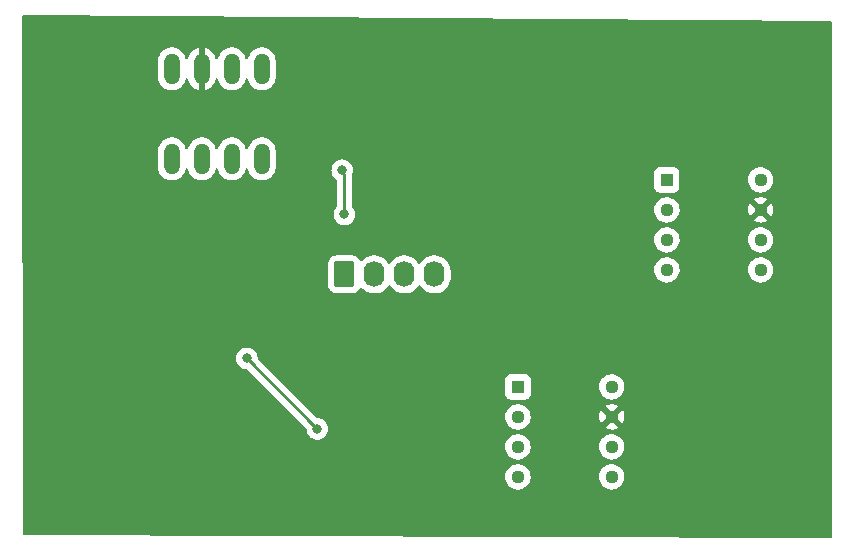
<source format=gbr>
%TF.GenerationSoftware,KiCad,Pcbnew,(6.0.1)*%
%TF.CreationDate,2022-03-08T01:46:33-06:00*%
%TF.ProjectId,senior_design,73656e69-6f72-45f6-9465-7369676e2e6b,rev?*%
%TF.SameCoordinates,Original*%
%TF.FileFunction,Copper,L2,Bot*%
%TF.FilePolarity,Positive*%
%FSLAX46Y46*%
G04 Gerber Fmt 4.6, Leading zero omitted, Abs format (unit mm)*
G04 Created by KiCad (PCBNEW (6.0.1)) date 2022-03-08 01:46:33*
%MOMM*%
%LPD*%
G01*
G04 APERTURE LIST*
G04 Aperture macros list*
%AMRoundRect*
0 Rectangle with rounded corners*
0 $1 Rounding radius*
0 $2 $3 $4 $5 $6 $7 $8 $9 X,Y pos of 4 corners*
0 Add a 4 corners polygon primitive as box body*
4,1,4,$2,$3,$4,$5,$6,$7,$8,$9,$2,$3,0*
0 Add four circle primitives for the rounded corners*
1,1,$1+$1,$2,$3*
1,1,$1+$1,$4,$5*
1,1,$1+$1,$6,$7*
1,1,$1+$1,$8,$9*
0 Add four rect primitives between the rounded corners*
20,1,$1+$1,$2,$3,$4,$5,0*
20,1,$1+$1,$4,$5,$6,$7,0*
20,1,$1+$1,$6,$7,$8,$9,0*
20,1,$1+$1,$8,$9,$2,$3,0*%
G04 Aperture macros list end*
%TA.AperFunction,ComponentPad*%
%ADD10R,1.130000X1.130000*%
%TD*%
%TA.AperFunction,ComponentPad*%
%ADD11C,1.130000*%
%TD*%
%TA.AperFunction,ComponentPad*%
%ADD12O,1.320800X2.641600*%
%TD*%
%TA.AperFunction,ComponentPad*%
%ADD13RoundRect,0.250000X-0.620000X-0.845000X0.620000X-0.845000X0.620000X0.845000X-0.620000X0.845000X0*%
%TD*%
%TA.AperFunction,ComponentPad*%
%ADD14O,1.740000X2.190000*%
%TD*%
%TA.AperFunction,ViaPad*%
%ADD15C,0.800000*%
%TD*%
%TA.AperFunction,Conductor*%
%ADD16C,0.508000*%
%TD*%
%TA.AperFunction,Conductor*%
%ADD17C,0.254000*%
%TD*%
%TA.AperFunction,Conductor*%
%ADD18C,0.250000*%
%TD*%
G04 APERTURE END LIST*
D10*
%TO.P,U11,1,OFFSET_N1*%
%TO.N,unconnected-(U11-Pad1)*%
X141731995Y-73787000D03*
D11*
%TO.P,U11,2,IN-*%
%TO.N,Net-(R26-Pad2)*%
X141731995Y-76327000D03*
%TO.P,U11,3,IN+*%
%TO.N,Net-(R22-Pad1)*%
X141731995Y-78867000D03*
%TO.P,U11,4,VCC-*%
%TO.N,GND*%
X141731995Y-81407000D03*
%TO.P,U11,5,OFFSET_N2*%
%TO.N,unconnected-(U11-Pad5)*%
X149671995Y-81407000D03*
%TO.P,U11,6,OUT*%
%TO.N,Net-(J1-Pad2)*%
X149671995Y-78867000D03*
%TO.P,U11,7,VCC+*%
%TO.N,+5V*%
X149671995Y-76327000D03*
%TO.P,U11,8*%
%TO.N,N/C*%
X149671995Y-73787000D03*
%TD*%
D10*
%TO.P,U7,1,OFFSET_N1*%
%TO.N,unconnected-(U7-Pad1)*%
X129126000Y-91313000D03*
D11*
%TO.P,U7,2,IN-*%
%TO.N,Net-(C5-Pad2)*%
X129126000Y-93853000D03*
%TO.P,U7,3,IN+*%
%TO.N,unconnected-(U7-Pad3)*%
X129126000Y-96393000D03*
%TO.P,U7,4,VCC-*%
%TO.N,GND*%
X129126000Y-98933000D03*
%TO.P,U7,5,OFFSET_N2*%
%TO.N,unconnected-(U7-Pad5)*%
X137066000Y-98933000D03*
%TO.P,U7,6,OUT*%
%TO.N,GND*%
X137066000Y-96393000D03*
%TO.P,U7,7,VCC+*%
%TO.N,+5V*%
X137066000Y-93853000D03*
%TO.P,U7,8*%
%TO.N,N/C*%
X137066000Y-91313000D03*
%TD*%
D12*
%TO.P,U3,1,Rg*%
%TO.N,Net-(R5-Pad1)*%
X99822000Y-72009000D03*
%TO.P,U3,2,-*%
%TO.N,Net-(R2-Pad1)*%
X102362000Y-72009000D03*
%TO.P,U3,7,Vs+*%
%TO.N,+5V*%
X102362000Y-64389000D03*
%TO.P,U3,8,Rg*%
%TO.N,Net-(R5-Pad2)*%
X99822000Y-64389000D03*
%TO.P,U3,3,+*%
%TO.N,Net-(R1-Pad1)*%
X104902000Y-72009000D03*
%TO.P,U3,4,Vs-*%
%TO.N,GND*%
X107442000Y-72009000D03*
%TO.P,U3,6*%
%TO.N,Net-(U4-Pad1)*%
X104902000Y-64389000D03*
%TO.P,U3,5,Ref*%
%TO.N,GND*%
X107442000Y-64389000D03*
%TD*%
D13*
%TO.P,J1,1,Pin_1*%
%TO.N,Net-(U4-Pad10)*%
X114427000Y-81788000D03*
D14*
%TO.P,J1,2,Pin_2*%
%TO.N,Net-(J1-Pad2)*%
X116967000Y-81788000D03*
%TO.P,J1,3,Pin_3*%
%TO.N,Net-(R1-Pad1)*%
X119507000Y-81788000D03*
%TO.P,J1,4,Pin_4*%
%TO.N,Net-(R2-Pad1)*%
X122047000Y-81788000D03*
%TD*%
D15*
%TO.N,+5V*%
X103632000Y-93726000D03*
%TO.N,Net-(R1-Pad1)*%
X114244500Y-72969500D03*
X114427000Y-76708000D03*
%TO.N,Net-(R11-Pad2)*%
X112141000Y-94869000D03*
X106172000Y-88900000D03*
%TD*%
D16*
%TO.N,+5V*%
X103632000Y-93726000D02*
X103632000Y-100838000D01*
D17*
%TO.N,Net-(R1-Pad1)*%
X114427000Y-73279000D02*
X114173000Y-73025000D01*
X114427000Y-76708000D02*
X114427000Y-73279000D01*
D18*
%TO.N,Net-(R11-Pad2)*%
X106172000Y-88900000D02*
X112141000Y-94869000D01*
%TD*%
%TA.AperFunction,Conductor*%
%TO.N,+5V*%
G36*
X155576933Y-60324074D02*
G01*
X155644904Y-60344581D01*
X155690998Y-60398579D01*
X155702000Y-60450071D01*
X155702000Y-104013532D01*
X155681998Y-104081653D01*
X155628342Y-104128146D01*
X155575533Y-104139531D01*
X130153430Y-104045200D01*
X87374170Y-103886464D01*
X87306124Y-103866209D01*
X87259831Y-103812382D01*
X87248639Y-103760828D01*
X87237750Y-99982141D01*
X87234645Y-98904779D01*
X128048270Y-98904779D01*
X128061174Y-99101652D01*
X128109739Y-99292877D01*
X128192339Y-99472049D01*
X128306207Y-99633169D01*
X128447530Y-99770840D01*
X128452326Y-99774045D01*
X128452329Y-99774047D01*
X128517809Y-99817799D01*
X128611576Y-99880452D01*
X128616879Y-99882730D01*
X128616882Y-99882732D01*
X128787542Y-99956053D01*
X128792849Y-99958333D01*
X128886185Y-99979453D01*
X128979644Y-100000601D01*
X128979647Y-100000601D01*
X128985280Y-100001876D01*
X128991051Y-100002103D01*
X128991053Y-100002103D01*
X129050054Y-100004421D01*
X129182423Y-100009622D01*
X129297789Y-99992894D01*
X129371955Y-99982141D01*
X129371959Y-99982140D01*
X129377677Y-99981311D01*
X129383149Y-99979453D01*
X129383151Y-99979453D01*
X129559038Y-99919747D01*
X129559040Y-99919746D01*
X129564502Y-99917892D01*
X129736642Y-99821490D01*
X129888331Y-99695331D01*
X130014490Y-99543642D01*
X130110892Y-99371502D01*
X130174311Y-99184677D01*
X130202622Y-98989423D01*
X130204099Y-98933000D01*
X130201506Y-98904779D01*
X135988270Y-98904779D01*
X136001174Y-99101652D01*
X136049739Y-99292877D01*
X136132339Y-99472049D01*
X136246207Y-99633169D01*
X136387530Y-99770840D01*
X136392326Y-99774045D01*
X136392329Y-99774047D01*
X136457809Y-99817799D01*
X136551576Y-99880452D01*
X136556879Y-99882730D01*
X136556882Y-99882732D01*
X136727542Y-99956053D01*
X136732849Y-99958333D01*
X136826185Y-99979453D01*
X136919644Y-100000601D01*
X136919647Y-100000601D01*
X136925280Y-100001876D01*
X136931051Y-100002103D01*
X136931053Y-100002103D01*
X136990054Y-100004421D01*
X137122423Y-100009622D01*
X137237789Y-99992894D01*
X137311955Y-99982141D01*
X137311959Y-99982140D01*
X137317677Y-99981311D01*
X137323149Y-99979453D01*
X137323151Y-99979453D01*
X137499038Y-99919747D01*
X137499040Y-99919746D01*
X137504502Y-99917892D01*
X137676642Y-99821490D01*
X137828331Y-99695331D01*
X137954490Y-99543642D01*
X138050892Y-99371502D01*
X138114311Y-99184677D01*
X138142622Y-98989423D01*
X138144099Y-98933000D01*
X138126046Y-98736532D01*
X138116684Y-98703334D01*
X138074060Y-98552203D01*
X138074059Y-98552201D01*
X138072492Y-98546644D01*
X138062286Y-98525947D01*
X137987786Y-98374876D01*
X137985231Y-98369695D01*
X137967407Y-98345825D01*
X137870637Y-98216235D01*
X137870636Y-98216234D01*
X137867184Y-98211611D01*
X137844764Y-98190886D01*
X137726546Y-98081607D01*
X137726544Y-98081605D01*
X137722305Y-98077687D01*
X137555447Y-97972407D01*
X137372197Y-97899297D01*
X137366529Y-97898170D01*
X137366527Y-97898169D01*
X137184360Y-97861934D01*
X137184356Y-97861934D01*
X137178692Y-97860807D01*
X137172917Y-97860731D01*
X137172913Y-97860731D01*
X137074267Y-97859440D01*
X136981413Y-97858224D01*
X136975716Y-97859203D01*
X136975715Y-97859203D01*
X136959822Y-97861934D01*
X136786967Y-97891636D01*
X136601866Y-97959924D01*
X136596905Y-97962876D01*
X136596904Y-97962876D01*
X136437277Y-98057844D01*
X136437274Y-98057846D01*
X136432309Y-98060800D01*
X136427969Y-98064606D01*
X136427965Y-98064609D01*
X136416566Y-98074606D01*
X136283975Y-98190886D01*
X136161830Y-98345825D01*
X136159141Y-98350936D01*
X136159139Y-98350939D01*
X136149271Y-98369695D01*
X136069966Y-98520429D01*
X136011460Y-98708851D01*
X135988270Y-98904779D01*
X130201506Y-98904779D01*
X130186046Y-98736532D01*
X130176684Y-98703334D01*
X130134060Y-98552203D01*
X130134059Y-98552201D01*
X130132492Y-98546644D01*
X130122286Y-98525947D01*
X130047786Y-98374876D01*
X130045231Y-98369695D01*
X130027407Y-98345825D01*
X129930637Y-98216235D01*
X129930636Y-98216234D01*
X129927184Y-98211611D01*
X129904764Y-98190886D01*
X129786546Y-98081607D01*
X129786544Y-98081605D01*
X129782305Y-98077687D01*
X129615447Y-97972407D01*
X129432197Y-97899297D01*
X129426529Y-97898170D01*
X129426527Y-97898169D01*
X129244360Y-97861934D01*
X129244356Y-97861934D01*
X129238692Y-97860807D01*
X129232917Y-97860731D01*
X129232913Y-97860731D01*
X129134267Y-97859440D01*
X129041413Y-97858224D01*
X129035716Y-97859203D01*
X129035715Y-97859203D01*
X129019822Y-97861934D01*
X128846967Y-97891636D01*
X128661866Y-97959924D01*
X128656905Y-97962876D01*
X128656904Y-97962876D01*
X128497277Y-98057844D01*
X128497274Y-98057846D01*
X128492309Y-98060800D01*
X128487969Y-98064606D01*
X128487965Y-98064609D01*
X128476566Y-98074606D01*
X128343975Y-98190886D01*
X128221830Y-98345825D01*
X128219141Y-98350936D01*
X128219139Y-98350939D01*
X128209271Y-98369695D01*
X128129966Y-98520429D01*
X128071460Y-98708851D01*
X128048270Y-98904779D01*
X87234645Y-98904779D01*
X87227325Y-96364779D01*
X128048270Y-96364779D01*
X128061174Y-96561652D01*
X128109739Y-96752877D01*
X128192339Y-96932049D01*
X128306207Y-97093169D01*
X128447530Y-97230840D01*
X128452326Y-97234045D01*
X128452329Y-97234047D01*
X128517809Y-97277799D01*
X128611576Y-97340452D01*
X128616879Y-97342730D01*
X128616882Y-97342732D01*
X128787542Y-97416053D01*
X128792849Y-97418333D01*
X128886185Y-97439453D01*
X128979644Y-97460601D01*
X128979647Y-97460601D01*
X128985280Y-97461876D01*
X128991051Y-97462103D01*
X128991053Y-97462103D01*
X129050054Y-97464421D01*
X129182423Y-97469622D01*
X129297789Y-97452894D01*
X129371955Y-97442141D01*
X129371959Y-97442140D01*
X129377677Y-97441311D01*
X129383149Y-97439453D01*
X129383151Y-97439453D01*
X129559038Y-97379747D01*
X129559040Y-97379746D01*
X129564502Y-97377892D01*
X129736642Y-97281490D01*
X129888331Y-97155331D01*
X130014490Y-97003642D01*
X130110892Y-96831502D01*
X130174311Y-96644677D01*
X130202622Y-96449423D01*
X130204099Y-96393000D01*
X130201506Y-96364779D01*
X135988270Y-96364779D01*
X136001174Y-96561652D01*
X136049739Y-96752877D01*
X136132339Y-96932049D01*
X136246207Y-97093169D01*
X136387530Y-97230840D01*
X136392326Y-97234045D01*
X136392329Y-97234047D01*
X136457809Y-97277799D01*
X136551576Y-97340452D01*
X136556879Y-97342730D01*
X136556882Y-97342732D01*
X136727542Y-97416053D01*
X136732849Y-97418333D01*
X136826185Y-97439453D01*
X136919644Y-97460601D01*
X136919647Y-97460601D01*
X136925280Y-97461876D01*
X136931051Y-97462103D01*
X136931053Y-97462103D01*
X136990054Y-97464421D01*
X137122423Y-97469622D01*
X137237789Y-97452894D01*
X137311955Y-97442141D01*
X137311959Y-97442140D01*
X137317677Y-97441311D01*
X137323149Y-97439453D01*
X137323151Y-97439453D01*
X137499038Y-97379747D01*
X137499040Y-97379746D01*
X137504502Y-97377892D01*
X137676642Y-97281490D01*
X137828331Y-97155331D01*
X137954490Y-97003642D01*
X138050892Y-96831502D01*
X138114311Y-96644677D01*
X138142622Y-96449423D01*
X138144099Y-96393000D01*
X138126046Y-96196532D01*
X138116684Y-96163334D01*
X138074060Y-96012203D01*
X138074059Y-96012201D01*
X138072492Y-96006644D01*
X138062286Y-95985947D01*
X137987786Y-95834876D01*
X137985231Y-95829695D01*
X137967407Y-95805825D01*
X137870637Y-95676235D01*
X137870636Y-95676234D01*
X137867184Y-95671611D01*
X137854751Y-95660118D01*
X137726546Y-95541607D01*
X137726544Y-95541605D01*
X137722305Y-95537687D01*
X137555447Y-95432407D01*
X137372197Y-95359297D01*
X137366529Y-95358170D01*
X137366527Y-95358169D01*
X137184360Y-95321934D01*
X137184356Y-95321934D01*
X137178692Y-95320807D01*
X137172917Y-95320731D01*
X137172913Y-95320731D01*
X137074267Y-95319440D01*
X136981413Y-95318224D01*
X136975716Y-95319203D01*
X136975715Y-95319203D01*
X136959822Y-95321934D01*
X136786967Y-95351636D01*
X136601866Y-95419924D01*
X136596905Y-95422876D01*
X136596904Y-95422876D01*
X136437277Y-95517844D01*
X136437274Y-95517846D01*
X136432309Y-95520800D01*
X136427969Y-95524606D01*
X136427965Y-95524609D01*
X136288316Y-95647079D01*
X136283975Y-95650886D01*
X136161830Y-95805825D01*
X136159141Y-95810936D01*
X136159139Y-95810939D01*
X136149271Y-95829695D01*
X136069966Y-95980429D01*
X136011460Y-96168851D01*
X135988270Y-96364779D01*
X130201506Y-96364779D01*
X130186046Y-96196532D01*
X130176684Y-96163334D01*
X130134060Y-96012203D01*
X130134059Y-96012201D01*
X130132492Y-96006644D01*
X130122286Y-95985947D01*
X130047786Y-95834876D01*
X130045231Y-95829695D01*
X130027407Y-95805825D01*
X129930637Y-95676235D01*
X129930636Y-95676234D01*
X129927184Y-95671611D01*
X129914751Y-95660118D01*
X129786546Y-95541607D01*
X129786544Y-95541605D01*
X129782305Y-95537687D01*
X129615447Y-95432407D01*
X129432197Y-95359297D01*
X129426529Y-95358170D01*
X129426527Y-95358169D01*
X129244360Y-95321934D01*
X129244356Y-95321934D01*
X129238692Y-95320807D01*
X129232917Y-95320731D01*
X129232913Y-95320731D01*
X129134267Y-95319440D01*
X129041413Y-95318224D01*
X129035716Y-95319203D01*
X129035715Y-95319203D01*
X129019822Y-95321934D01*
X128846967Y-95351636D01*
X128661866Y-95419924D01*
X128656905Y-95422876D01*
X128656904Y-95422876D01*
X128497277Y-95517844D01*
X128497274Y-95517846D01*
X128492309Y-95520800D01*
X128487969Y-95524606D01*
X128487965Y-95524609D01*
X128348316Y-95647079D01*
X128343975Y-95650886D01*
X128221830Y-95805825D01*
X128219141Y-95810936D01*
X128219139Y-95810939D01*
X128209271Y-95829695D01*
X128129966Y-95980429D01*
X128071460Y-96168851D01*
X128048270Y-96364779D01*
X87227325Y-96364779D01*
X87205813Y-88900000D01*
X105258496Y-88900000D01*
X105278458Y-89089928D01*
X105337473Y-89271556D01*
X105432960Y-89436944D01*
X105560747Y-89578866D01*
X105715248Y-89691118D01*
X105721276Y-89693802D01*
X105721278Y-89693803D01*
X105883681Y-89766109D01*
X105889712Y-89768794D01*
X105983112Y-89788647D01*
X106070056Y-89807128D01*
X106070061Y-89807128D01*
X106076513Y-89808500D01*
X106132406Y-89808500D01*
X106200527Y-89828502D01*
X106221501Y-89845405D01*
X111193878Y-94817783D01*
X111227904Y-94880095D01*
X111230093Y-94893706D01*
X111247458Y-95058928D01*
X111306473Y-95240556D01*
X111401960Y-95405944D01*
X111406378Y-95410851D01*
X111406379Y-95410852D01*
X111423862Y-95430269D01*
X111529747Y-95547866D01*
X111628843Y-95619864D01*
X111677785Y-95655422D01*
X111684248Y-95660118D01*
X111690276Y-95662802D01*
X111690278Y-95662803D01*
X111852681Y-95735109D01*
X111858712Y-95737794D01*
X111952112Y-95757647D01*
X112039056Y-95776128D01*
X112039061Y-95776128D01*
X112045513Y-95777500D01*
X112236487Y-95777500D01*
X112242939Y-95776128D01*
X112242944Y-95776128D01*
X112329887Y-95757647D01*
X112423288Y-95737794D01*
X112429319Y-95735109D01*
X112591722Y-95662803D01*
X112591724Y-95662802D01*
X112597752Y-95660118D01*
X112604216Y-95655422D01*
X112653157Y-95619864D01*
X112752253Y-95547866D01*
X112858138Y-95430269D01*
X112875621Y-95410852D01*
X112875622Y-95410851D01*
X112880040Y-95405944D01*
X112975527Y-95240556D01*
X113034542Y-95058928D01*
X113048133Y-94929622D01*
X113053814Y-94875565D01*
X113054504Y-94869000D01*
X113046962Y-94797242D01*
X113035232Y-94685635D01*
X113035232Y-94685633D01*
X113034542Y-94679072D01*
X112975527Y-94497444D01*
X112880040Y-94332056D01*
X112838415Y-94285826D01*
X112756675Y-94195045D01*
X112756674Y-94195044D01*
X112752253Y-94190134D01*
X112634632Y-94104677D01*
X112603094Y-94081763D01*
X112603093Y-94081762D01*
X112597752Y-94077882D01*
X112591724Y-94075198D01*
X112591722Y-94075197D01*
X112429319Y-94002891D01*
X112429318Y-94002891D01*
X112423288Y-94000206D01*
X112329887Y-93980353D01*
X112242944Y-93961872D01*
X112242939Y-93961872D01*
X112236487Y-93960500D01*
X112180594Y-93960500D01*
X112112473Y-93940498D01*
X112091499Y-93923595D01*
X111992683Y-93824779D01*
X128048270Y-93824779D01*
X128061174Y-94021652D01*
X128109739Y-94212877D01*
X128192339Y-94392049D01*
X128306207Y-94553169D01*
X128447530Y-94690840D01*
X128452326Y-94694045D01*
X128452329Y-94694047D01*
X128517809Y-94737799D01*
X128611576Y-94800452D01*
X128616879Y-94802730D01*
X128616882Y-94802732D01*
X128734059Y-94853075D01*
X128792849Y-94878333D01*
X128884038Y-94898967D01*
X128979644Y-94920601D01*
X128979647Y-94920601D01*
X128985280Y-94921876D01*
X128991051Y-94922103D01*
X128991053Y-94922103D01*
X129050054Y-94924421D01*
X129182423Y-94929622D01*
X129297789Y-94912894D01*
X129371955Y-94902141D01*
X129371959Y-94902140D01*
X129377677Y-94901311D01*
X129383149Y-94899453D01*
X129383151Y-94899453D01*
X129559038Y-94839747D01*
X129559040Y-94839746D01*
X129564502Y-94837892D01*
X129687333Y-94769104D01*
X129687413Y-94769059D01*
X136514302Y-94769059D01*
X136524184Y-94781548D01*
X136547009Y-94796799D01*
X136557123Y-94802291D01*
X136727697Y-94875576D01*
X136738640Y-94879131D01*
X136919708Y-94920103D01*
X136931118Y-94921605D01*
X137116629Y-94928893D01*
X137128111Y-94928291D01*
X137311846Y-94901652D01*
X137323029Y-94898967D01*
X137498826Y-94839292D01*
X137509339Y-94834611D01*
X137608313Y-94779182D01*
X137618178Y-94769104D01*
X137615222Y-94761432D01*
X137078812Y-94225022D01*
X137064868Y-94217408D01*
X137063035Y-94217539D01*
X137056420Y-94221790D01*
X136520498Y-94757712D01*
X136514302Y-94769059D01*
X129687413Y-94769059D01*
X129731605Y-94744311D01*
X129731606Y-94744310D01*
X129736642Y-94741490D01*
X129888331Y-94615331D01*
X130014490Y-94463642D01*
X130110892Y-94291502D01*
X130139541Y-94207107D01*
X130172453Y-94110151D01*
X130172453Y-94110149D01*
X130174311Y-94104677D01*
X130175157Y-94098846D01*
X130187197Y-94015805D01*
X130202622Y-93909423D01*
X130204099Y-93853000D01*
X130202037Y-93830558D01*
X135989150Y-93830558D01*
X136001292Y-94015805D01*
X136003093Y-94027175D01*
X136048789Y-94207107D01*
X136052631Y-94217956D01*
X136130358Y-94386557D01*
X136136105Y-94396511D01*
X136136902Y-94397640D01*
X136147490Y-94406027D01*
X136160791Y-94398999D01*
X136693978Y-93865812D01*
X136700356Y-93854132D01*
X137430408Y-93854132D01*
X137430539Y-93855965D01*
X137434790Y-93862580D01*
X137970518Y-94398308D01*
X137982898Y-94405068D01*
X137989478Y-94400142D01*
X138047611Y-94296339D01*
X138052292Y-94285826D01*
X138111967Y-94110029D01*
X138114652Y-94098846D01*
X138141587Y-93913071D01*
X138142217Y-93905689D01*
X138143500Y-93856704D01*
X138143257Y-93849305D01*
X138126082Y-93662378D01*
X138123985Y-93651064D01*
X138073591Y-93472383D01*
X138069469Y-93461644D01*
X137993954Y-93308515D01*
X137984407Y-93298138D01*
X137977974Y-93300236D01*
X137438022Y-93840188D01*
X137430408Y-93854132D01*
X136700356Y-93854132D01*
X136701592Y-93851868D01*
X136701461Y-93850035D01*
X136697210Y-93843420D01*
X136160459Y-93306669D01*
X136148079Y-93299909D01*
X136142113Y-93304375D01*
X136073122Y-93435505D01*
X136068717Y-93446139D01*
X136013664Y-93623438D01*
X136011272Y-93634692D01*
X135989451Y-93819057D01*
X135989150Y-93830558D01*
X130202037Y-93830558D01*
X130186046Y-93656532D01*
X130179887Y-93634692D01*
X130134060Y-93472203D01*
X130134059Y-93472201D01*
X130132492Y-93466644D01*
X130122381Y-93446139D01*
X130047786Y-93294876D01*
X130045231Y-93289695D01*
X130027407Y-93265825D01*
X129930637Y-93136235D01*
X129930636Y-93136234D01*
X129927184Y-93131611D01*
X129904764Y-93110886D01*
X129786546Y-93001607D01*
X129786544Y-93001605D01*
X129782305Y-92997687D01*
X129686457Y-92937211D01*
X136514323Y-92937211D01*
X136517810Y-92945600D01*
X137053188Y-93480978D01*
X137067132Y-93488592D01*
X137068965Y-93488461D01*
X137075580Y-93484210D01*
X137610905Y-92948885D01*
X137617665Y-92936505D01*
X137611635Y-92928450D01*
X137560102Y-92895935D01*
X137549855Y-92890714D01*
X137377423Y-92821921D01*
X137366386Y-92818652D01*
X137184306Y-92782433D01*
X137172861Y-92781230D01*
X136987235Y-92778801D01*
X136975755Y-92779704D01*
X136792794Y-92811142D01*
X136781674Y-92814122D01*
X136607498Y-92878379D01*
X136597124Y-92883327D01*
X136523921Y-92926878D01*
X136514323Y-92937211D01*
X129686457Y-92937211D01*
X129615447Y-92892407D01*
X129432197Y-92819297D01*
X129426529Y-92818170D01*
X129426527Y-92818169D01*
X129244360Y-92781934D01*
X129244356Y-92781934D01*
X129238692Y-92780807D01*
X129232917Y-92780731D01*
X129232913Y-92780731D01*
X129134267Y-92779440D01*
X129041413Y-92778224D01*
X129035716Y-92779203D01*
X129035715Y-92779203D01*
X129023919Y-92781230D01*
X128846967Y-92811636D01*
X128661866Y-92879924D01*
X128656905Y-92882876D01*
X128656904Y-92882876D01*
X128497277Y-92977844D01*
X128497274Y-92977846D01*
X128492309Y-92980800D01*
X128487969Y-92984606D01*
X128487965Y-92984609D01*
X128476566Y-92994606D01*
X128343975Y-93110886D01*
X128221830Y-93265825D01*
X128219141Y-93270936D01*
X128219139Y-93270939D01*
X128172732Y-93359144D01*
X128129966Y-93440429D01*
X128071460Y-93628851D01*
X128048270Y-93824779D01*
X111992683Y-93824779D01*
X110094038Y-91926134D01*
X128052500Y-91926134D01*
X128059255Y-91988316D01*
X128110385Y-92124705D01*
X128197739Y-92241261D01*
X128314295Y-92328615D01*
X128450684Y-92379745D01*
X128512866Y-92386500D01*
X129739134Y-92386500D01*
X129801316Y-92379745D01*
X129937705Y-92328615D01*
X130054261Y-92241261D01*
X130141615Y-92124705D01*
X130192745Y-91988316D01*
X130199500Y-91926134D01*
X130199500Y-91284779D01*
X135988270Y-91284779D01*
X136001174Y-91481652D01*
X136049739Y-91672877D01*
X136132339Y-91852049D01*
X136246207Y-92013169D01*
X136387530Y-92150840D01*
X136392326Y-92154045D01*
X136392329Y-92154047D01*
X136457809Y-92197799D01*
X136551576Y-92260452D01*
X136556879Y-92262730D01*
X136556882Y-92262732D01*
X136697693Y-92323229D01*
X136732849Y-92338333D01*
X136826185Y-92359453D01*
X136919644Y-92380601D01*
X136919647Y-92380601D01*
X136925280Y-92381876D01*
X136931051Y-92382103D01*
X136931053Y-92382103D01*
X136990054Y-92384421D01*
X137122423Y-92389622D01*
X137237789Y-92372894D01*
X137311955Y-92362141D01*
X137311959Y-92362140D01*
X137317677Y-92361311D01*
X137323149Y-92359453D01*
X137323151Y-92359453D01*
X137499038Y-92299747D01*
X137499040Y-92299746D01*
X137504502Y-92297892D01*
X137676642Y-92201490D01*
X137828331Y-92075331D01*
X137954490Y-91923642D01*
X138050892Y-91751502D01*
X138114311Y-91564677D01*
X138142622Y-91369423D01*
X138144099Y-91313000D01*
X138126046Y-91116532D01*
X138116684Y-91083334D01*
X138074060Y-90932203D01*
X138074059Y-90932201D01*
X138072492Y-90926644D01*
X138062286Y-90905947D01*
X137987786Y-90754876D01*
X137985231Y-90749695D01*
X137967407Y-90725825D01*
X137870637Y-90596235D01*
X137870636Y-90596234D01*
X137867184Y-90591611D01*
X137844764Y-90570886D01*
X137726546Y-90461607D01*
X137726544Y-90461605D01*
X137722305Y-90457687D01*
X137555447Y-90352407D01*
X137372197Y-90279297D01*
X137366529Y-90278170D01*
X137366527Y-90278169D01*
X137184360Y-90241934D01*
X137184356Y-90241934D01*
X137178692Y-90240807D01*
X137172917Y-90240731D01*
X137172913Y-90240731D01*
X137074267Y-90239440D01*
X136981413Y-90238224D01*
X136975716Y-90239203D01*
X136975715Y-90239203D01*
X136792664Y-90270657D01*
X136786967Y-90271636D01*
X136601866Y-90339924D01*
X136596905Y-90342876D01*
X136596904Y-90342876D01*
X136437277Y-90437844D01*
X136437274Y-90437846D01*
X136432309Y-90440800D01*
X136427969Y-90444606D01*
X136427965Y-90444609D01*
X136288316Y-90567079D01*
X136283975Y-90570886D01*
X136161830Y-90725825D01*
X136159141Y-90730936D01*
X136159139Y-90730939D01*
X136149271Y-90749695D01*
X136069966Y-90900429D01*
X136011460Y-91088851D01*
X135988270Y-91284779D01*
X130199500Y-91284779D01*
X130199500Y-90699866D01*
X130192745Y-90637684D01*
X130141615Y-90501295D01*
X130054261Y-90384739D01*
X129937705Y-90297385D01*
X129801316Y-90246255D01*
X129739134Y-90239500D01*
X128512866Y-90239500D01*
X128450684Y-90246255D01*
X128314295Y-90297385D01*
X128197739Y-90384739D01*
X128110385Y-90501295D01*
X128059255Y-90637684D01*
X128052500Y-90699866D01*
X128052500Y-91926134D01*
X110094038Y-91926134D01*
X107119122Y-88951217D01*
X107085096Y-88888905D01*
X107082907Y-88875292D01*
X107066232Y-88716635D01*
X107066232Y-88716633D01*
X107065542Y-88710072D01*
X107006527Y-88528444D01*
X106911040Y-88363056D01*
X106783253Y-88221134D01*
X106628752Y-88108882D01*
X106622724Y-88106198D01*
X106622722Y-88106197D01*
X106460319Y-88033891D01*
X106460318Y-88033891D01*
X106454288Y-88031206D01*
X106360887Y-88011353D01*
X106273944Y-87992872D01*
X106273939Y-87992872D01*
X106267487Y-87991500D01*
X106076513Y-87991500D01*
X106070061Y-87992872D01*
X106070056Y-87992872D01*
X105983113Y-88011353D01*
X105889712Y-88031206D01*
X105883682Y-88033891D01*
X105883681Y-88033891D01*
X105721278Y-88106197D01*
X105721276Y-88106198D01*
X105715248Y-88108882D01*
X105560747Y-88221134D01*
X105432960Y-88363056D01*
X105337473Y-88528444D01*
X105278458Y-88710072D01*
X105258496Y-88900000D01*
X87205813Y-88900000D01*
X87187898Y-82683400D01*
X113048500Y-82683400D01*
X113048837Y-82686646D01*
X113048837Y-82686650D01*
X113055561Y-82751450D01*
X113059474Y-82789166D01*
X113061655Y-82795702D01*
X113061655Y-82795704D01*
X113088267Y-82875469D01*
X113115450Y-82956946D01*
X113208522Y-83107348D01*
X113333697Y-83232305D01*
X113339927Y-83236145D01*
X113339928Y-83236146D01*
X113477090Y-83320694D01*
X113484262Y-83325115D01*
X113526815Y-83339229D01*
X113645611Y-83378632D01*
X113645613Y-83378632D01*
X113652139Y-83380797D01*
X113658975Y-83381497D01*
X113658978Y-83381498D01*
X113702031Y-83385909D01*
X113756600Y-83391500D01*
X115097400Y-83391500D01*
X115100646Y-83391163D01*
X115100650Y-83391163D01*
X115196308Y-83381238D01*
X115196312Y-83381237D01*
X115203166Y-83380526D01*
X115209702Y-83378345D01*
X115209704Y-83378345D01*
X115341806Y-83334272D01*
X115370946Y-83324550D01*
X115521348Y-83231478D01*
X115646305Y-83106303D01*
X115739115Y-82955738D01*
X115741262Y-82957062D01*
X115780312Y-82912710D01*
X115848589Y-82893248D01*
X115916549Y-82913788D01*
X115938761Y-82932272D01*
X116046590Y-83045306D01*
X116046602Y-83045316D01*
X116050276Y-83049168D01*
X116237965Y-83188813D01*
X116242716Y-83191229D01*
X116242720Y-83191231D01*
X116357197Y-83249434D01*
X116446500Y-83294838D01*
X116669917Y-83364210D01*
X116675204Y-83364911D01*
X116675205Y-83364911D01*
X116896545Y-83394248D01*
X116896549Y-83394248D01*
X116901829Y-83394948D01*
X116907158Y-83394748D01*
X116907160Y-83394748D01*
X117018717Y-83390560D01*
X117135604Y-83386172D01*
X117247813Y-83362628D01*
X117359332Y-83339229D01*
X117359335Y-83339228D01*
X117364559Y-83338132D01*
X117582146Y-83252203D01*
X117691860Y-83185627D01*
X117777583Y-83133609D01*
X117777586Y-83133607D01*
X117782144Y-83130841D01*
X117958834Y-82977517D01*
X118107165Y-82796614D01*
X118109801Y-82791984D01*
X118109804Y-82791979D01*
X118128301Y-82759484D01*
X118179384Y-82710178D01*
X118249015Y-82696317D01*
X118315085Y-82722301D01*
X118342323Y-82751450D01*
X118428798Y-82879896D01*
X118590276Y-83049168D01*
X118777965Y-83188813D01*
X118782716Y-83191229D01*
X118782720Y-83191231D01*
X118897197Y-83249434D01*
X118986500Y-83294838D01*
X119209917Y-83364210D01*
X119215204Y-83364911D01*
X119215205Y-83364911D01*
X119436545Y-83394248D01*
X119436549Y-83394248D01*
X119441829Y-83394948D01*
X119447158Y-83394748D01*
X119447160Y-83394748D01*
X119558717Y-83390560D01*
X119675604Y-83386172D01*
X119787813Y-83362628D01*
X119899332Y-83339229D01*
X119899335Y-83339228D01*
X119904559Y-83338132D01*
X120122146Y-83252203D01*
X120231860Y-83185627D01*
X120317583Y-83133609D01*
X120317586Y-83133607D01*
X120322144Y-83130841D01*
X120498834Y-82977517D01*
X120647165Y-82796614D01*
X120649801Y-82791984D01*
X120649804Y-82791979D01*
X120668301Y-82759484D01*
X120719384Y-82710178D01*
X120789015Y-82696317D01*
X120855085Y-82722301D01*
X120882323Y-82751450D01*
X120968798Y-82879896D01*
X121130276Y-83049168D01*
X121317965Y-83188813D01*
X121322716Y-83191229D01*
X121322720Y-83191231D01*
X121437197Y-83249434D01*
X121526500Y-83294838D01*
X121749917Y-83364210D01*
X121755204Y-83364911D01*
X121755205Y-83364911D01*
X121976545Y-83394248D01*
X121976549Y-83394248D01*
X121981829Y-83394948D01*
X121987158Y-83394748D01*
X121987160Y-83394748D01*
X122098717Y-83390560D01*
X122215604Y-83386172D01*
X122327813Y-83362628D01*
X122439332Y-83339229D01*
X122439335Y-83339228D01*
X122444559Y-83338132D01*
X122662146Y-83252203D01*
X122771860Y-83185627D01*
X122857583Y-83133609D01*
X122857586Y-83133607D01*
X122862144Y-83130841D01*
X123038834Y-82977517D01*
X123187165Y-82796614D01*
X123302896Y-82593305D01*
X123382716Y-82373404D01*
X123424344Y-82143197D01*
X123425500Y-82118684D01*
X123425500Y-81504262D01*
X123419738Y-81436359D01*
X123414853Y-81378779D01*
X140654265Y-81378779D01*
X140667169Y-81575652D01*
X140715734Y-81766877D01*
X140798334Y-81946049D01*
X140912202Y-82107169D01*
X141053525Y-82244840D01*
X141058321Y-82248045D01*
X141058324Y-82248047D01*
X141123804Y-82291799D01*
X141217571Y-82354452D01*
X141222874Y-82356730D01*
X141222877Y-82356732D01*
X141393537Y-82430053D01*
X141398844Y-82432333D01*
X141492180Y-82453453D01*
X141585639Y-82474601D01*
X141585642Y-82474601D01*
X141591275Y-82475876D01*
X141597046Y-82476103D01*
X141597048Y-82476103D01*
X141656049Y-82478421D01*
X141788418Y-82483622D01*
X141903784Y-82466894D01*
X141977950Y-82456141D01*
X141977954Y-82456140D01*
X141983672Y-82455311D01*
X141989144Y-82453453D01*
X141989146Y-82453453D01*
X142165033Y-82393747D01*
X142165035Y-82393746D01*
X142170497Y-82391892D01*
X142342637Y-82295490D01*
X142494326Y-82169331D01*
X142620485Y-82017642D01*
X142716887Y-81845502D01*
X142780306Y-81658677D01*
X142808617Y-81463423D01*
X142810094Y-81407000D01*
X142807501Y-81378779D01*
X148594265Y-81378779D01*
X148607169Y-81575652D01*
X148655734Y-81766877D01*
X148738334Y-81946049D01*
X148852202Y-82107169D01*
X148993525Y-82244840D01*
X148998321Y-82248045D01*
X148998324Y-82248047D01*
X149063804Y-82291799D01*
X149157571Y-82354452D01*
X149162874Y-82356730D01*
X149162877Y-82356732D01*
X149333537Y-82430053D01*
X149338844Y-82432333D01*
X149432180Y-82453453D01*
X149525639Y-82474601D01*
X149525642Y-82474601D01*
X149531275Y-82475876D01*
X149537046Y-82476103D01*
X149537048Y-82476103D01*
X149596049Y-82478421D01*
X149728418Y-82483622D01*
X149843784Y-82466894D01*
X149917950Y-82456141D01*
X149917954Y-82456140D01*
X149923672Y-82455311D01*
X149929144Y-82453453D01*
X149929146Y-82453453D01*
X150105033Y-82393747D01*
X150105035Y-82393746D01*
X150110497Y-82391892D01*
X150282637Y-82295490D01*
X150434326Y-82169331D01*
X150560485Y-82017642D01*
X150656887Y-81845502D01*
X150720306Y-81658677D01*
X150748617Y-81463423D01*
X150750094Y-81407000D01*
X150732041Y-81210532D01*
X150722679Y-81177334D01*
X150680055Y-81026203D01*
X150680054Y-81026201D01*
X150678487Y-81020644D01*
X150668281Y-80999947D01*
X150593781Y-80848876D01*
X150591226Y-80843695D01*
X150573402Y-80819825D01*
X150476632Y-80690235D01*
X150476631Y-80690234D01*
X150473179Y-80685611D01*
X150468943Y-80681695D01*
X150332541Y-80555607D01*
X150332539Y-80555605D01*
X150328300Y-80551687D01*
X150161442Y-80446407D01*
X149978192Y-80373297D01*
X149972524Y-80372170D01*
X149972522Y-80372169D01*
X149790355Y-80335934D01*
X149790351Y-80335934D01*
X149784687Y-80334807D01*
X149778912Y-80334731D01*
X149778908Y-80334731D01*
X149680262Y-80333440D01*
X149587408Y-80332224D01*
X149581711Y-80333203D01*
X149581710Y-80333203D01*
X149398659Y-80364657D01*
X149392962Y-80365636D01*
X149207861Y-80433924D01*
X149202900Y-80436876D01*
X149202899Y-80436876D01*
X149043272Y-80531844D01*
X149043269Y-80531846D01*
X149038304Y-80534800D01*
X149033964Y-80538606D01*
X149033960Y-80538609D01*
X148932932Y-80627209D01*
X148889970Y-80664886D01*
X148767825Y-80819825D01*
X148765136Y-80824936D01*
X148765134Y-80824939D01*
X148718727Y-80913144D01*
X148675961Y-80994429D01*
X148617455Y-81182851D01*
X148594265Y-81378779D01*
X142807501Y-81378779D01*
X142792041Y-81210532D01*
X142782679Y-81177334D01*
X142740055Y-81026203D01*
X142740054Y-81026201D01*
X142738487Y-81020644D01*
X142728281Y-80999947D01*
X142653781Y-80848876D01*
X142651226Y-80843695D01*
X142633402Y-80819825D01*
X142536632Y-80690235D01*
X142536631Y-80690234D01*
X142533179Y-80685611D01*
X142528943Y-80681695D01*
X142392541Y-80555607D01*
X142392539Y-80555605D01*
X142388300Y-80551687D01*
X142221442Y-80446407D01*
X142038192Y-80373297D01*
X142032524Y-80372170D01*
X142032522Y-80372169D01*
X141850355Y-80335934D01*
X141850351Y-80335934D01*
X141844687Y-80334807D01*
X141838912Y-80334731D01*
X141838908Y-80334731D01*
X141740262Y-80333440D01*
X141647408Y-80332224D01*
X141641711Y-80333203D01*
X141641710Y-80333203D01*
X141458659Y-80364657D01*
X141452962Y-80365636D01*
X141267861Y-80433924D01*
X141262900Y-80436876D01*
X141262899Y-80436876D01*
X141103272Y-80531844D01*
X141103269Y-80531846D01*
X141098304Y-80534800D01*
X141093964Y-80538606D01*
X141093960Y-80538609D01*
X140992932Y-80627209D01*
X140949970Y-80664886D01*
X140827825Y-80819825D01*
X140825136Y-80824936D01*
X140825134Y-80824939D01*
X140778727Y-80913144D01*
X140735961Y-80994429D01*
X140677455Y-81182851D01*
X140654265Y-81378779D01*
X123414853Y-81378779D01*
X123411156Y-81335209D01*
X123411155Y-81335205D01*
X123410705Y-81329898D01*
X123379724Y-81210532D01*
X123353275Y-81108629D01*
X123353274Y-81108625D01*
X123351933Y-81103460D01*
X123317132Y-81026203D01*
X123258045Y-80895036D01*
X123255850Y-80890163D01*
X123248795Y-80879683D01*
X123191768Y-80794978D01*
X123125202Y-80696104D01*
X123119604Y-80690235D01*
X122991174Y-80555607D01*
X122963724Y-80526832D01*
X122776035Y-80387187D01*
X122771284Y-80384771D01*
X122771280Y-80384769D01*
X122572256Y-80283580D01*
X122572255Y-80283580D01*
X122567500Y-80281162D01*
X122344083Y-80211790D01*
X122338796Y-80211089D01*
X122338795Y-80211089D01*
X122117455Y-80181752D01*
X122117451Y-80181752D01*
X122112171Y-80181052D01*
X122106842Y-80181252D01*
X122106840Y-80181252D01*
X122011346Y-80184837D01*
X121878396Y-80189828D01*
X121794411Y-80207450D01*
X121654668Y-80236771D01*
X121654665Y-80236772D01*
X121649441Y-80237868D01*
X121431854Y-80323797D01*
X121413835Y-80334731D01*
X121236417Y-80442391D01*
X121236414Y-80442393D01*
X121231856Y-80445159D01*
X121055166Y-80598483D01*
X120906835Y-80779386D01*
X120904199Y-80784016D01*
X120904196Y-80784021D01*
X120885699Y-80816516D01*
X120834616Y-80865822D01*
X120764985Y-80879683D01*
X120698915Y-80853699D01*
X120671677Y-80824550D01*
X120588182Y-80700531D01*
X120585202Y-80696104D01*
X120579604Y-80690235D01*
X120451174Y-80555607D01*
X120423724Y-80526832D01*
X120236035Y-80387187D01*
X120231284Y-80384771D01*
X120231280Y-80384769D01*
X120032256Y-80283580D01*
X120032255Y-80283580D01*
X120027500Y-80281162D01*
X119804083Y-80211790D01*
X119798796Y-80211089D01*
X119798795Y-80211089D01*
X119577455Y-80181752D01*
X119577451Y-80181752D01*
X119572171Y-80181052D01*
X119566842Y-80181252D01*
X119566840Y-80181252D01*
X119471346Y-80184837D01*
X119338396Y-80189828D01*
X119254411Y-80207450D01*
X119114668Y-80236771D01*
X119114665Y-80236772D01*
X119109441Y-80237868D01*
X118891854Y-80323797D01*
X118873835Y-80334731D01*
X118696417Y-80442391D01*
X118696414Y-80442393D01*
X118691856Y-80445159D01*
X118515166Y-80598483D01*
X118366835Y-80779386D01*
X118364199Y-80784016D01*
X118364196Y-80784021D01*
X118345699Y-80816516D01*
X118294616Y-80865822D01*
X118224985Y-80879683D01*
X118158915Y-80853699D01*
X118131677Y-80824550D01*
X118048182Y-80700531D01*
X118045202Y-80696104D01*
X118039604Y-80690235D01*
X117911174Y-80555607D01*
X117883724Y-80526832D01*
X117696035Y-80387187D01*
X117691284Y-80384771D01*
X117691280Y-80384769D01*
X117492256Y-80283580D01*
X117492255Y-80283580D01*
X117487500Y-80281162D01*
X117264083Y-80211790D01*
X117258796Y-80211089D01*
X117258795Y-80211089D01*
X117037455Y-80181752D01*
X117037451Y-80181752D01*
X117032171Y-80181052D01*
X117026842Y-80181252D01*
X117026840Y-80181252D01*
X116931346Y-80184837D01*
X116798396Y-80189828D01*
X116714411Y-80207450D01*
X116574668Y-80236771D01*
X116574665Y-80236772D01*
X116569441Y-80237868D01*
X116351854Y-80323797D01*
X116333835Y-80334731D01*
X116156417Y-80442391D01*
X116156414Y-80442393D01*
X116151856Y-80445159D01*
X115975166Y-80598483D01*
X115957309Y-80620262D01*
X115944593Y-80635770D01*
X115885933Y-80675764D01*
X115814962Y-80677695D01*
X115754214Y-80640950D01*
X115739267Y-80618610D01*
X115738550Y-80619054D01*
X115649332Y-80474880D01*
X115645478Y-80468652D01*
X115520303Y-80343695D01*
X115514072Y-80339854D01*
X115375968Y-80254725D01*
X115375966Y-80254724D01*
X115369738Y-80250885D01*
X115209254Y-80197655D01*
X115208389Y-80197368D01*
X115208387Y-80197368D01*
X115201861Y-80195203D01*
X115195025Y-80194503D01*
X115195022Y-80194502D01*
X115147449Y-80189628D01*
X115097400Y-80184500D01*
X113756600Y-80184500D01*
X113753354Y-80184837D01*
X113753350Y-80184837D01*
X113657692Y-80194762D01*
X113657688Y-80194763D01*
X113650834Y-80195474D01*
X113644298Y-80197655D01*
X113644296Y-80197655D01*
X113604030Y-80211089D01*
X113483054Y-80251450D01*
X113332652Y-80344522D01*
X113207695Y-80469697D01*
X113203855Y-80475927D01*
X113203854Y-80475928D01*
X113125767Y-80602609D01*
X113114885Y-80620262D01*
X113059203Y-80788139D01*
X113058503Y-80794975D01*
X113058502Y-80794978D01*
X113055956Y-80819825D01*
X113048500Y-80892600D01*
X113048500Y-82683400D01*
X87187898Y-82683400D01*
X87176818Y-78838779D01*
X140654265Y-78838779D01*
X140667169Y-79035652D01*
X140715734Y-79226877D01*
X140798334Y-79406049D01*
X140912202Y-79567169D01*
X141053525Y-79704840D01*
X141058321Y-79708045D01*
X141058324Y-79708047D01*
X141123804Y-79751799D01*
X141217571Y-79814452D01*
X141222874Y-79816730D01*
X141222877Y-79816732D01*
X141393537Y-79890053D01*
X141398844Y-79892333D01*
X141492180Y-79913453D01*
X141585639Y-79934601D01*
X141585642Y-79934601D01*
X141591275Y-79935876D01*
X141597046Y-79936103D01*
X141597048Y-79936103D01*
X141656049Y-79938421D01*
X141788418Y-79943622D01*
X141903784Y-79926894D01*
X141977950Y-79916141D01*
X141977954Y-79916140D01*
X141983672Y-79915311D01*
X141989144Y-79913453D01*
X141989146Y-79913453D01*
X142165033Y-79853747D01*
X142165035Y-79853746D01*
X142170497Y-79851892D01*
X142342637Y-79755490D01*
X142494326Y-79629331D01*
X142620485Y-79477642D01*
X142716887Y-79305502D01*
X142780306Y-79118677D01*
X142808617Y-78923423D01*
X142810094Y-78867000D01*
X142807501Y-78838779D01*
X148594265Y-78838779D01*
X148607169Y-79035652D01*
X148655734Y-79226877D01*
X148738334Y-79406049D01*
X148852202Y-79567169D01*
X148993525Y-79704840D01*
X148998321Y-79708045D01*
X148998324Y-79708047D01*
X149063804Y-79751799D01*
X149157571Y-79814452D01*
X149162874Y-79816730D01*
X149162877Y-79816732D01*
X149333537Y-79890053D01*
X149338844Y-79892333D01*
X149432180Y-79913453D01*
X149525639Y-79934601D01*
X149525642Y-79934601D01*
X149531275Y-79935876D01*
X149537046Y-79936103D01*
X149537048Y-79936103D01*
X149596049Y-79938421D01*
X149728418Y-79943622D01*
X149843784Y-79926894D01*
X149917950Y-79916141D01*
X149917954Y-79916140D01*
X149923672Y-79915311D01*
X149929144Y-79913453D01*
X149929146Y-79913453D01*
X150105033Y-79853747D01*
X150105035Y-79853746D01*
X150110497Y-79851892D01*
X150282637Y-79755490D01*
X150434326Y-79629331D01*
X150560485Y-79477642D01*
X150656887Y-79305502D01*
X150720306Y-79118677D01*
X150748617Y-78923423D01*
X150750094Y-78867000D01*
X150732041Y-78670532D01*
X150722679Y-78637334D01*
X150680055Y-78486203D01*
X150680054Y-78486201D01*
X150678487Y-78480644D01*
X150668281Y-78459947D01*
X150593781Y-78308876D01*
X150591226Y-78303695D01*
X150573402Y-78279825D01*
X150476632Y-78150235D01*
X150476631Y-78150234D01*
X150473179Y-78145611D01*
X150450759Y-78124886D01*
X150332541Y-78015607D01*
X150332539Y-78015605D01*
X150328300Y-78011687D01*
X150161442Y-77906407D01*
X149978192Y-77833297D01*
X149972524Y-77832170D01*
X149972522Y-77832169D01*
X149790355Y-77795934D01*
X149790351Y-77795934D01*
X149784687Y-77794807D01*
X149778912Y-77794731D01*
X149778908Y-77794731D01*
X149680262Y-77793440D01*
X149587408Y-77792224D01*
X149581711Y-77793203D01*
X149581710Y-77793203D01*
X149565817Y-77795934D01*
X149392962Y-77825636D01*
X149207861Y-77893924D01*
X149202900Y-77896876D01*
X149202899Y-77896876D01*
X149043272Y-77991844D01*
X149043269Y-77991846D01*
X149038304Y-77994800D01*
X149033964Y-77998606D01*
X149033960Y-77998609D01*
X149022561Y-78008606D01*
X148889970Y-78124886D01*
X148767825Y-78279825D01*
X148765136Y-78284936D01*
X148765134Y-78284939D01*
X148755266Y-78303695D01*
X148675961Y-78454429D01*
X148617455Y-78642851D01*
X148594265Y-78838779D01*
X142807501Y-78838779D01*
X142792041Y-78670532D01*
X142782679Y-78637334D01*
X142740055Y-78486203D01*
X142740054Y-78486201D01*
X142738487Y-78480644D01*
X142728281Y-78459947D01*
X142653781Y-78308876D01*
X142651226Y-78303695D01*
X142633402Y-78279825D01*
X142536632Y-78150235D01*
X142536631Y-78150234D01*
X142533179Y-78145611D01*
X142510759Y-78124886D01*
X142392541Y-78015607D01*
X142392539Y-78015605D01*
X142388300Y-78011687D01*
X142221442Y-77906407D01*
X142038192Y-77833297D01*
X142032524Y-77832170D01*
X142032522Y-77832169D01*
X141850355Y-77795934D01*
X141850351Y-77795934D01*
X141844687Y-77794807D01*
X141838912Y-77794731D01*
X141838908Y-77794731D01*
X141740262Y-77793440D01*
X141647408Y-77792224D01*
X141641711Y-77793203D01*
X141641710Y-77793203D01*
X141625817Y-77795934D01*
X141452962Y-77825636D01*
X141267861Y-77893924D01*
X141262900Y-77896876D01*
X141262899Y-77896876D01*
X141103272Y-77991844D01*
X141103269Y-77991846D01*
X141098304Y-77994800D01*
X141093964Y-77998606D01*
X141093960Y-77998609D01*
X141082561Y-78008606D01*
X140949970Y-78124886D01*
X140827825Y-78279825D01*
X140825136Y-78284936D01*
X140825134Y-78284939D01*
X140815266Y-78303695D01*
X140735961Y-78454429D01*
X140677455Y-78642851D01*
X140654265Y-78838779D01*
X87176818Y-78838779D01*
X87161162Y-73406203D01*
X87159196Y-72723902D01*
X98653100Y-72723902D01*
X98667749Y-72883328D01*
X98669318Y-72888890D01*
X98669318Y-72888892D01*
X98680519Y-72928606D01*
X98726062Y-73090091D01*
X98728615Y-73095268D01*
X98728617Y-73095273D01*
X98777940Y-73195288D01*
X98821079Y-73282765D01*
X98949616Y-73454898D01*
X98953850Y-73458812D01*
X98953852Y-73458814D01*
X99060431Y-73557334D01*
X99107370Y-73600724D01*
X99289057Y-73715360D01*
X99488592Y-73794966D01*
X99494252Y-73796092D01*
X99494256Y-73796093D01*
X99693626Y-73835750D01*
X99693629Y-73835750D01*
X99699293Y-73836877D01*
X99705068Y-73836953D01*
X99705072Y-73836953D01*
X99812745Y-73838362D01*
X99914104Y-73839689D01*
X99919801Y-73838710D01*
X99919802Y-73838710D01*
X100120133Y-73804287D01*
X100120134Y-73804287D01*
X100125830Y-73803308D01*
X100327380Y-73728952D01*
X100512006Y-73619112D01*
X100516346Y-73615306D01*
X100516350Y-73615303D01*
X100669182Y-73481272D01*
X100673523Y-73477465D01*
X100806522Y-73308756D01*
X100822922Y-73277586D01*
X100879279Y-73170469D01*
X100906550Y-73118635D01*
X100970255Y-72913469D01*
X100970362Y-72912563D01*
X101003339Y-72851479D01*
X101065488Y-72817157D01*
X101136327Y-72821883D01*
X101193365Y-72864158D01*
X101214128Y-72905946D01*
X101266062Y-73090091D01*
X101268615Y-73095268D01*
X101268617Y-73095273D01*
X101317940Y-73195288D01*
X101361079Y-73282765D01*
X101489616Y-73454898D01*
X101493850Y-73458812D01*
X101493852Y-73458814D01*
X101600431Y-73557334D01*
X101647370Y-73600724D01*
X101829057Y-73715360D01*
X102028592Y-73794966D01*
X102034252Y-73796092D01*
X102034256Y-73796093D01*
X102233626Y-73835750D01*
X102233629Y-73835750D01*
X102239293Y-73836877D01*
X102245068Y-73836953D01*
X102245072Y-73836953D01*
X102352745Y-73838362D01*
X102454104Y-73839689D01*
X102459801Y-73838710D01*
X102459802Y-73838710D01*
X102660133Y-73804287D01*
X102660134Y-73804287D01*
X102665830Y-73803308D01*
X102867380Y-73728952D01*
X103052006Y-73619112D01*
X103056346Y-73615306D01*
X103056350Y-73615303D01*
X103209182Y-73481272D01*
X103213523Y-73477465D01*
X103346522Y-73308756D01*
X103362922Y-73277586D01*
X103419279Y-73170469D01*
X103446550Y-73118635D01*
X103510255Y-72913469D01*
X103510362Y-72912563D01*
X103543339Y-72851479D01*
X103605488Y-72817157D01*
X103676327Y-72821883D01*
X103733365Y-72864158D01*
X103754128Y-72905946D01*
X103806062Y-73090091D01*
X103808615Y-73095268D01*
X103808617Y-73095273D01*
X103857940Y-73195288D01*
X103901079Y-73282765D01*
X104029616Y-73454898D01*
X104033850Y-73458812D01*
X104033852Y-73458814D01*
X104140431Y-73557334D01*
X104187370Y-73600724D01*
X104369057Y-73715360D01*
X104568592Y-73794966D01*
X104574252Y-73796092D01*
X104574256Y-73796093D01*
X104773626Y-73835750D01*
X104773629Y-73835750D01*
X104779293Y-73836877D01*
X104785068Y-73836953D01*
X104785072Y-73836953D01*
X104892745Y-73838362D01*
X104994104Y-73839689D01*
X104999801Y-73838710D01*
X104999802Y-73838710D01*
X105200133Y-73804287D01*
X105200134Y-73804287D01*
X105205830Y-73803308D01*
X105407380Y-73728952D01*
X105592006Y-73619112D01*
X105596346Y-73615306D01*
X105596350Y-73615303D01*
X105749182Y-73481272D01*
X105753523Y-73477465D01*
X105886522Y-73308756D01*
X105902922Y-73277586D01*
X105959279Y-73170469D01*
X105986550Y-73118635D01*
X106050255Y-72913469D01*
X106050362Y-72912563D01*
X106083339Y-72851479D01*
X106145488Y-72817157D01*
X106216327Y-72821883D01*
X106273365Y-72864158D01*
X106294128Y-72905946D01*
X106346062Y-73090091D01*
X106348615Y-73095268D01*
X106348617Y-73095273D01*
X106397940Y-73195288D01*
X106441079Y-73282765D01*
X106569616Y-73454898D01*
X106573850Y-73458812D01*
X106573852Y-73458814D01*
X106680431Y-73557334D01*
X106727370Y-73600724D01*
X106909057Y-73715360D01*
X107108592Y-73794966D01*
X107114252Y-73796092D01*
X107114256Y-73796093D01*
X107313626Y-73835750D01*
X107313629Y-73835750D01*
X107319293Y-73836877D01*
X107325068Y-73836953D01*
X107325072Y-73836953D01*
X107432745Y-73838362D01*
X107534104Y-73839689D01*
X107539801Y-73838710D01*
X107539802Y-73838710D01*
X107740133Y-73804287D01*
X107740134Y-73804287D01*
X107745830Y-73803308D01*
X107947380Y-73728952D01*
X108132006Y-73619112D01*
X108136346Y-73615306D01*
X108136350Y-73615303D01*
X108289182Y-73481272D01*
X108293523Y-73477465D01*
X108426522Y-73308756D01*
X108442922Y-73277586D01*
X108499279Y-73170469D01*
X108526550Y-73118635D01*
X108572857Y-72969500D01*
X113330996Y-72969500D01*
X113331686Y-72976065D01*
X113346766Y-73119540D01*
X113350958Y-73159428D01*
X113409973Y-73341056D01*
X113505460Y-73506444D01*
X113509878Y-73511351D01*
X113509879Y-73511352D01*
X113609567Y-73622067D01*
X113633247Y-73648366D01*
X113721215Y-73712279D01*
X113739561Y-73725608D01*
X113782915Y-73781830D01*
X113791500Y-73827544D01*
X113791500Y-76007697D01*
X113771498Y-76075818D01*
X113759136Y-76092006D01*
X113687960Y-76171056D01*
X113684659Y-76176774D01*
X113596214Y-76329965D01*
X113592473Y-76336444D01*
X113533458Y-76518072D01*
X113532768Y-76524633D01*
X113532768Y-76524635D01*
X113527088Y-76578677D01*
X113513496Y-76708000D01*
X113514186Y-76714565D01*
X113531577Y-76880027D01*
X113533458Y-76897928D01*
X113592473Y-77079556D01*
X113595776Y-77085278D01*
X113595777Y-77085279D01*
X113600245Y-77093017D01*
X113687960Y-77244944D01*
X113692378Y-77249851D01*
X113692379Y-77249852D01*
X113697508Y-77255548D01*
X113815747Y-77386866D01*
X113970248Y-77499118D01*
X113976276Y-77501802D01*
X113976278Y-77501803D01*
X114138681Y-77574109D01*
X114144712Y-77576794D01*
X114238113Y-77596647D01*
X114325056Y-77615128D01*
X114325061Y-77615128D01*
X114331513Y-77616500D01*
X114522487Y-77616500D01*
X114528939Y-77615128D01*
X114528944Y-77615128D01*
X114615887Y-77596647D01*
X114709288Y-77576794D01*
X114715319Y-77574109D01*
X114877722Y-77501803D01*
X114877724Y-77501802D01*
X114883752Y-77499118D01*
X115038253Y-77386866D01*
X115156492Y-77255548D01*
X115161621Y-77249852D01*
X115161622Y-77249851D01*
X115166040Y-77244944D01*
X115253755Y-77093017D01*
X115258223Y-77085279D01*
X115258224Y-77085278D01*
X115261527Y-77079556D01*
X115320542Y-76897928D01*
X115322424Y-76880027D01*
X115339814Y-76714565D01*
X115340504Y-76708000D01*
X115326912Y-76578677D01*
X115321232Y-76524635D01*
X115321232Y-76524633D01*
X115320542Y-76518072D01*
X115261527Y-76336444D01*
X115257787Y-76329965D01*
X115239782Y-76298779D01*
X140654265Y-76298779D01*
X140667169Y-76495652D01*
X140715734Y-76686877D01*
X140798334Y-76866049D01*
X140912202Y-77027169D01*
X141053525Y-77164840D01*
X141058321Y-77168045D01*
X141058324Y-77168047D01*
X141170588Y-77243059D01*
X141217571Y-77274452D01*
X141222874Y-77276730D01*
X141222877Y-77276732D01*
X141392427Y-77349576D01*
X141398844Y-77352333D01*
X141490033Y-77372967D01*
X141585639Y-77394601D01*
X141585642Y-77394601D01*
X141591275Y-77395876D01*
X141597046Y-77396103D01*
X141597048Y-77396103D01*
X141656049Y-77398421D01*
X141788418Y-77403622D01*
X141903980Y-77386866D01*
X141977950Y-77376141D01*
X141977954Y-77376140D01*
X141983672Y-77375311D01*
X141989144Y-77373453D01*
X141989146Y-77373453D01*
X142165033Y-77313747D01*
X142165035Y-77313746D01*
X142170497Y-77311892D01*
X142293328Y-77243104D01*
X142293408Y-77243059D01*
X149120297Y-77243059D01*
X149130179Y-77255548D01*
X149153004Y-77270799D01*
X149163118Y-77276291D01*
X149333692Y-77349576D01*
X149344635Y-77353131D01*
X149525703Y-77394103D01*
X149537113Y-77395605D01*
X149722624Y-77402893D01*
X149734106Y-77402291D01*
X149917841Y-77375652D01*
X149929024Y-77372967D01*
X150104821Y-77313292D01*
X150115334Y-77308611D01*
X150214308Y-77253182D01*
X150224173Y-77243104D01*
X150221217Y-77235432D01*
X149684807Y-76699022D01*
X149670863Y-76691408D01*
X149669030Y-76691539D01*
X149662415Y-76695790D01*
X149126493Y-77231712D01*
X149120297Y-77243059D01*
X142293408Y-77243059D01*
X142337600Y-77218311D01*
X142337601Y-77218310D01*
X142342637Y-77215490D01*
X142494326Y-77089331D01*
X142620485Y-76937642D01*
X142716887Y-76765502D01*
X142736407Y-76708000D01*
X142778448Y-76584151D01*
X142778448Y-76584149D01*
X142780306Y-76578677D01*
X142781152Y-76572846D01*
X142808084Y-76387096D01*
X142808617Y-76383423D01*
X142810094Y-76327000D01*
X142808032Y-76304558D01*
X148595145Y-76304558D01*
X148607287Y-76489805D01*
X148609088Y-76501175D01*
X148654784Y-76681107D01*
X148658626Y-76691956D01*
X148736353Y-76860557D01*
X148742100Y-76870511D01*
X148742897Y-76871640D01*
X148753485Y-76880027D01*
X148766786Y-76872999D01*
X149299973Y-76339812D01*
X149306351Y-76328132D01*
X150036403Y-76328132D01*
X150036534Y-76329965D01*
X150040785Y-76336580D01*
X150576513Y-76872308D01*
X150588893Y-76879068D01*
X150595473Y-76874142D01*
X150653606Y-76770339D01*
X150658287Y-76759826D01*
X150717962Y-76584029D01*
X150720647Y-76572846D01*
X150747582Y-76387071D01*
X150748212Y-76379689D01*
X150749495Y-76330704D01*
X150749252Y-76323305D01*
X150732077Y-76136378D01*
X150729980Y-76125064D01*
X150679586Y-75946383D01*
X150675464Y-75935644D01*
X150599949Y-75782515D01*
X150590402Y-75772138D01*
X150583969Y-75774236D01*
X150044017Y-76314188D01*
X150036403Y-76328132D01*
X149306351Y-76328132D01*
X149307587Y-76325868D01*
X149307456Y-76324035D01*
X149303205Y-76317420D01*
X148766454Y-75780669D01*
X148754074Y-75773909D01*
X148748108Y-75778375D01*
X148679117Y-75909505D01*
X148674712Y-75920139D01*
X148619659Y-76097438D01*
X148617267Y-76108692D01*
X148595446Y-76293057D01*
X148595145Y-76304558D01*
X142808032Y-76304558D01*
X142792041Y-76130532D01*
X142785882Y-76108692D01*
X142740055Y-75946203D01*
X142740054Y-75946201D01*
X142738487Y-75940644D01*
X142728376Y-75920139D01*
X142653781Y-75768876D01*
X142651226Y-75763695D01*
X142633402Y-75739825D01*
X142536632Y-75610235D01*
X142536631Y-75610234D01*
X142533179Y-75605611D01*
X142510759Y-75584886D01*
X142392541Y-75475607D01*
X142392539Y-75475605D01*
X142388300Y-75471687D01*
X142292452Y-75411211D01*
X149120318Y-75411211D01*
X149123805Y-75419600D01*
X149659183Y-75954978D01*
X149673127Y-75962592D01*
X149674960Y-75962461D01*
X149681575Y-75958210D01*
X150216900Y-75422885D01*
X150223660Y-75410505D01*
X150217630Y-75402450D01*
X150166097Y-75369935D01*
X150155850Y-75364714D01*
X149983418Y-75295921D01*
X149972381Y-75292652D01*
X149790301Y-75256433D01*
X149778856Y-75255230D01*
X149593230Y-75252801D01*
X149581750Y-75253704D01*
X149398789Y-75285142D01*
X149387669Y-75288122D01*
X149213493Y-75352379D01*
X149203119Y-75357327D01*
X149129916Y-75400878D01*
X149120318Y-75411211D01*
X142292452Y-75411211D01*
X142221442Y-75366407D01*
X142038192Y-75293297D01*
X142032524Y-75292170D01*
X142032522Y-75292169D01*
X141850355Y-75255934D01*
X141850351Y-75255934D01*
X141844687Y-75254807D01*
X141838912Y-75254731D01*
X141838908Y-75254731D01*
X141740262Y-75253440D01*
X141647408Y-75252224D01*
X141641711Y-75253203D01*
X141641710Y-75253203D01*
X141629914Y-75255230D01*
X141452962Y-75285636D01*
X141267861Y-75353924D01*
X141262900Y-75356876D01*
X141262899Y-75356876D01*
X141103272Y-75451844D01*
X141103269Y-75451846D01*
X141098304Y-75454800D01*
X141093964Y-75458606D01*
X141093960Y-75458609D01*
X141082561Y-75468606D01*
X140949970Y-75584886D01*
X140827825Y-75739825D01*
X140825136Y-75744936D01*
X140825134Y-75744939D01*
X140778727Y-75833144D01*
X140735961Y-75914429D01*
X140677455Y-76102851D01*
X140654265Y-76298779D01*
X115239782Y-76298779D01*
X115169341Y-76176774D01*
X115166040Y-76171056D01*
X115094864Y-76092007D01*
X115064146Y-76028000D01*
X115062500Y-76007697D01*
X115062500Y-74400134D01*
X140658495Y-74400134D01*
X140665250Y-74462316D01*
X140716380Y-74598705D01*
X140803734Y-74715261D01*
X140920290Y-74802615D01*
X141056679Y-74853745D01*
X141118861Y-74860500D01*
X142345129Y-74860500D01*
X142407311Y-74853745D01*
X142543700Y-74802615D01*
X142660256Y-74715261D01*
X142747610Y-74598705D01*
X142798740Y-74462316D01*
X142805495Y-74400134D01*
X142805495Y-73758779D01*
X148594265Y-73758779D01*
X148607169Y-73955652D01*
X148655734Y-74146877D01*
X148738334Y-74326049D01*
X148852202Y-74487169D01*
X148993525Y-74624840D01*
X148998321Y-74628045D01*
X148998324Y-74628047D01*
X149063804Y-74671799D01*
X149157571Y-74734452D01*
X149162874Y-74736730D01*
X149162877Y-74736732D01*
X149303688Y-74797229D01*
X149338844Y-74812333D01*
X149432180Y-74833453D01*
X149525639Y-74854601D01*
X149525642Y-74854601D01*
X149531275Y-74855876D01*
X149537046Y-74856103D01*
X149537048Y-74856103D01*
X149596049Y-74858421D01*
X149728418Y-74863622D01*
X149843784Y-74846894D01*
X149917950Y-74836141D01*
X149917954Y-74836140D01*
X149923672Y-74835311D01*
X149929144Y-74833453D01*
X149929146Y-74833453D01*
X150105033Y-74773747D01*
X150105035Y-74773746D01*
X150110497Y-74771892D01*
X150282637Y-74675490D01*
X150434326Y-74549331D01*
X150560485Y-74397642D01*
X150656887Y-74225502D01*
X150720306Y-74038677D01*
X150748617Y-73843423D01*
X150750094Y-73787000D01*
X150732978Y-73600724D01*
X150732570Y-73596286D01*
X150732569Y-73596283D01*
X150732041Y-73590532D01*
X150722679Y-73557334D01*
X150680055Y-73406203D01*
X150680054Y-73406201D01*
X150678487Y-73400644D01*
X150668281Y-73379947D01*
X150593781Y-73228876D01*
X150591226Y-73223695D01*
X150573402Y-73199825D01*
X150476632Y-73070235D01*
X150476631Y-73070234D01*
X150473179Y-73065611D01*
X150450759Y-73044886D01*
X150332541Y-72935607D01*
X150332539Y-72935605D01*
X150328300Y-72931687D01*
X150161442Y-72826407D01*
X149978192Y-72753297D01*
X149972524Y-72752170D01*
X149972522Y-72752169D01*
X149790355Y-72715934D01*
X149790351Y-72715934D01*
X149784687Y-72714807D01*
X149778912Y-72714731D01*
X149778908Y-72714731D01*
X149680262Y-72713440D01*
X149587408Y-72712224D01*
X149581711Y-72713203D01*
X149581710Y-72713203D01*
X149431325Y-72739044D01*
X149392962Y-72745636D01*
X149207861Y-72813924D01*
X149202900Y-72816876D01*
X149202899Y-72816876D01*
X149043272Y-72911844D01*
X149043269Y-72911846D01*
X149038304Y-72914800D01*
X149033964Y-72918606D01*
X149033960Y-72918609D01*
X148894311Y-73041079D01*
X148889970Y-73044886D01*
X148767825Y-73199825D01*
X148765136Y-73204936D01*
X148765134Y-73204939D01*
X148755266Y-73223695D01*
X148675961Y-73374429D01*
X148617455Y-73562851D01*
X148594265Y-73758779D01*
X142805495Y-73758779D01*
X142805495Y-73173866D01*
X142798740Y-73111684D01*
X142747610Y-72975295D01*
X142660256Y-72858739D01*
X142543700Y-72771385D01*
X142407311Y-72720255D01*
X142345129Y-72713500D01*
X141118861Y-72713500D01*
X141056679Y-72720255D01*
X140920290Y-72771385D01*
X140803734Y-72858739D01*
X140716380Y-72975295D01*
X140665250Y-73111684D01*
X140658495Y-73173866D01*
X140658495Y-74400134D01*
X115062500Y-74400134D01*
X115062500Y-73403262D01*
X115073392Y-73352015D01*
X115075724Y-73346778D01*
X115079027Y-73341056D01*
X115138042Y-73159428D01*
X115142235Y-73119540D01*
X115157314Y-72976065D01*
X115158004Y-72969500D01*
X115143288Y-72829486D01*
X115138732Y-72786135D01*
X115138732Y-72786133D01*
X115138042Y-72779572D01*
X115079027Y-72597944D01*
X114983540Y-72432556D01*
X114855753Y-72290634D01*
X114701252Y-72178382D01*
X114695224Y-72175698D01*
X114695222Y-72175697D01*
X114532819Y-72103391D01*
X114532818Y-72103391D01*
X114526788Y-72100706D01*
X114433388Y-72080853D01*
X114346444Y-72062372D01*
X114346439Y-72062372D01*
X114339987Y-72061000D01*
X114149013Y-72061000D01*
X114142561Y-72062372D01*
X114142556Y-72062372D01*
X114055612Y-72080853D01*
X113962212Y-72100706D01*
X113956182Y-72103391D01*
X113956181Y-72103391D01*
X113793778Y-72175697D01*
X113793776Y-72175698D01*
X113787748Y-72178382D01*
X113633247Y-72290634D01*
X113505460Y-72432556D01*
X113409973Y-72597944D01*
X113350958Y-72779572D01*
X113350268Y-72786133D01*
X113350268Y-72786135D01*
X113345712Y-72829486D01*
X113330996Y-72969500D01*
X108572857Y-72969500D01*
X108590255Y-72913469D01*
X108593164Y-72888892D01*
X108610464Y-72742731D01*
X108610464Y-72742724D01*
X108610900Y-72739044D01*
X108610900Y-71294098D01*
X108596251Y-71134672D01*
X108589369Y-71110268D01*
X108539507Y-70933474D01*
X108537938Y-70927909D01*
X108442921Y-70735235D01*
X108314384Y-70563102D01*
X108156630Y-70417276D01*
X107974943Y-70302640D01*
X107775408Y-70223034D01*
X107769748Y-70221908D01*
X107769744Y-70221907D01*
X107570374Y-70182250D01*
X107570371Y-70182250D01*
X107564707Y-70181123D01*
X107558932Y-70181047D01*
X107558928Y-70181047D01*
X107451255Y-70179638D01*
X107349896Y-70178311D01*
X107344199Y-70179290D01*
X107344198Y-70179290D01*
X107333973Y-70181047D01*
X107138170Y-70214692D01*
X106936620Y-70289048D01*
X106751994Y-70398888D01*
X106747654Y-70402694D01*
X106747650Y-70402697D01*
X106594818Y-70536728D01*
X106590477Y-70540535D01*
X106457478Y-70709244D01*
X106454789Y-70714355D01*
X106454787Y-70714358D01*
X106403979Y-70810928D01*
X106357450Y-70899365D01*
X106293745Y-71104531D01*
X106293638Y-71105437D01*
X106260661Y-71166521D01*
X106198512Y-71200843D01*
X106127673Y-71196117D01*
X106070635Y-71153842D01*
X106049872Y-71112054D01*
X105999507Y-70933474D01*
X105997938Y-70927909D01*
X105902921Y-70735235D01*
X105774384Y-70563102D01*
X105616630Y-70417276D01*
X105434943Y-70302640D01*
X105235408Y-70223034D01*
X105229748Y-70221908D01*
X105229744Y-70221907D01*
X105030374Y-70182250D01*
X105030371Y-70182250D01*
X105024707Y-70181123D01*
X105018932Y-70181047D01*
X105018928Y-70181047D01*
X104911255Y-70179638D01*
X104809896Y-70178311D01*
X104804199Y-70179290D01*
X104804198Y-70179290D01*
X104793973Y-70181047D01*
X104598170Y-70214692D01*
X104396620Y-70289048D01*
X104211994Y-70398888D01*
X104207654Y-70402694D01*
X104207650Y-70402697D01*
X104054818Y-70536728D01*
X104050477Y-70540535D01*
X103917478Y-70709244D01*
X103914789Y-70714355D01*
X103914787Y-70714358D01*
X103863979Y-70810928D01*
X103817450Y-70899365D01*
X103753745Y-71104531D01*
X103753638Y-71105437D01*
X103720661Y-71166521D01*
X103658512Y-71200843D01*
X103587673Y-71196117D01*
X103530635Y-71153842D01*
X103509872Y-71112054D01*
X103459507Y-70933474D01*
X103457938Y-70927909D01*
X103362921Y-70735235D01*
X103234384Y-70563102D01*
X103076630Y-70417276D01*
X102894943Y-70302640D01*
X102695408Y-70223034D01*
X102689748Y-70221908D01*
X102689744Y-70221907D01*
X102490374Y-70182250D01*
X102490371Y-70182250D01*
X102484707Y-70181123D01*
X102478932Y-70181047D01*
X102478928Y-70181047D01*
X102371255Y-70179638D01*
X102269896Y-70178311D01*
X102264199Y-70179290D01*
X102264198Y-70179290D01*
X102253973Y-70181047D01*
X102058170Y-70214692D01*
X101856620Y-70289048D01*
X101671994Y-70398888D01*
X101667654Y-70402694D01*
X101667650Y-70402697D01*
X101514818Y-70536728D01*
X101510477Y-70540535D01*
X101377478Y-70709244D01*
X101374789Y-70714355D01*
X101374787Y-70714358D01*
X101323979Y-70810928D01*
X101277450Y-70899365D01*
X101213745Y-71104531D01*
X101213638Y-71105437D01*
X101180661Y-71166521D01*
X101118512Y-71200843D01*
X101047673Y-71196117D01*
X100990635Y-71153842D01*
X100969872Y-71112054D01*
X100919507Y-70933474D01*
X100917938Y-70927909D01*
X100822921Y-70735235D01*
X100694384Y-70563102D01*
X100536630Y-70417276D01*
X100354943Y-70302640D01*
X100155408Y-70223034D01*
X100149748Y-70221908D01*
X100149744Y-70221907D01*
X99950374Y-70182250D01*
X99950371Y-70182250D01*
X99944707Y-70181123D01*
X99938932Y-70181047D01*
X99938928Y-70181047D01*
X99831255Y-70179638D01*
X99729896Y-70178311D01*
X99724199Y-70179290D01*
X99724198Y-70179290D01*
X99713973Y-70181047D01*
X99518170Y-70214692D01*
X99316620Y-70289048D01*
X99131994Y-70398888D01*
X99127654Y-70402694D01*
X99127650Y-70402697D01*
X98974818Y-70536728D01*
X98970477Y-70540535D01*
X98837478Y-70709244D01*
X98834789Y-70714355D01*
X98834787Y-70714358D01*
X98783979Y-70810928D01*
X98737450Y-70899365D01*
X98673745Y-71104531D01*
X98673066Y-71110268D01*
X98667909Y-71153842D01*
X98653100Y-71278956D01*
X98653100Y-72723902D01*
X87159196Y-72723902D01*
X87137236Y-65103902D01*
X98653100Y-65103902D01*
X98667749Y-65263328D01*
X98669318Y-65268890D01*
X98669318Y-65268892D01*
X98685662Y-65326844D01*
X98726062Y-65470091D01*
X98821079Y-65662765D01*
X98949616Y-65834898D01*
X98953850Y-65838812D01*
X98953852Y-65838814D01*
X99102700Y-65976407D01*
X99107370Y-65980724D01*
X99289057Y-66095360D01*
X99488592Y-66174966D01*
X99494252Y-66176092D01*
X99494256Y-66176093D01*
X99693626Y-66215750D01*
X99693629Y-66215750D01*
X99699293Y-66216877D01*
X99705068Y-66216953D01*
X99705072Y-66216953D01*
X99812745Y-66218362D01*
X99914104Y-66219689D01*
X99919801Y-66218710D01*
X99919802Y-66218710D01*
X100120133Y-66184287D01*
X100120134Y-66184287D01*
X100125830Y-66183308D01*
X100327380Y-66108952D01*
X100512006Y-65999112D01*
X100516346Y-65995306D01*
X100516350Y-65995303D01*
X100669182Y-65861272D01*
X100673523Y-65857465D01*
X100695224Y-65829938D01*
X100802945Y-65693293D01*
X100806522Y-65688756D01*
X100809359Y-65683365D01*
X100903858Y-65503751D01*
X100906550Y-65498635D01*
X100970255Y-65293469D01*
X100970459Y-65291744D01*
X101003568Y-65230423D01*
X101065718Y-65196104D01*
X101136557Y-65200835D01*
X101193593Y-65243112D01*
X101214352Y-65284896D01*
X101264962Y-65464347D01*
X101269087Y-65475094D01*
X101358952Y-65657322D01*
X101364962Y-65667130D01*
X101486536Y-65829938D01*
X101494225Y-65838478D01*
X101643436Y-65976407D01*
X101652561Y-65983408D01*
X101824401Y-66091831D01*
X101834649Y-66097052D01*
X102023367Y-66172343D01*
X102034403Y-66175612D01*
X102090230Y-66186717D01*
X102103106Y-66185565D01*
X102107083Y-66173248D01*
X102616000Y-66173248D01*
X102619806Y-66186210D01*
X102634722Y-66188146D01*
X102660003Y-66183802D01*
X102671123Y-66180822D01*
X102861748Y-66110497D01*
X102872126Y-66105547D01*
X103046743Y-66001661D01*
X103056055Y-65994895D01*
X103208818Y-65860926D01*
X103216735Y-65852583D01*
X103342523Y-65693022D01*
X103348794Y-65683365D01*
X103443394Y-65503560D01*
X103447799Y-65492926D01*
X103508053Y-65298877D01*
X103509321Y-65292910D01*
X103543051Y-65230437D01*
X103605201Y-65196118D01*
X103676040Y-65200847D01*
X103733077Y-65243124D01*
X103753835Y-65284906D01*
X103806062Y-65470091D01*
X103901079Y-65662765D01*
X104029616Y-65834898D01*
X104033850Y-65838812D01*
X104033852Y-65838814D01*
X104182700Y-65976407D01*
X104187370Y-65980724D01*
X104369057Y-66095360D01*
X104568592Y-66174966D01*
X104574252Y-66176092D01*
X104574256Y-66176093D01*
X104773626Y-66215750D01*
X104773629Y-66215750D01*
X104779293Y-66216877D01*
X104785068Y-66216953D01*
X104785072Y-66216953D01*
X104892745Y-66218362D01*
X104994104Y-66219689D01*
X104999801Y-66218710D01*
X104999802Y-66218710D01*
X105200133Y-66184287D01*
X105200134Y-66184287D01*
X105205830Y-66183308D01*
X105407380Y-66108952D01*
X105592006Y-65999112D01*
X105596346Y-65995306D01*
X105596350Y-65995303D01*
X105749182Y-65861272D01*
X105753523Y-65857465D01*
X105775224Y-65829938D01*
X105882945Y-65693293D01*
X105886522Y-65688756D01*
X105889359Y-65683365D01*
X105983858Y-65503751D01*
X105986550Y-65498635D01*
X106050255Y-65293469D01*
X106050362Y-65292563D01*
X106083339Y-65231479D01*
X106145488Y-65197157D01*
X106216327Y-65201883D01*
X106273365Y-65244158D01*
X106294128Y-65285946D01*
X106346062Y-65470091D01*
X106441079Y-65662765D01*
X106569616Y-65834898D01*
X106573850Y-65838812D01*
X106573852Y-65838814D01*
X106722700Y-65976407D01*
X106727370Y-65980724D01*
X106909057Y-66095360D01*
X107108592Y-66174966D01*
X107114252Y-66176092D01*
X107114256Y-66176093D01*
X107313626Y-66215750D01*
X107313629Y-66215750D01*
X107319293Y-66216877D01*
X107325068Y-66216953D01*
X107325072Y-66216953D01*
X107432745Y-66218362D01*
X107534104Y-66219689D01*
X107539801Y-66218710D01*
X107539802Y-66218710D01*
X107740133Y-66184287D01*
X107740134Y-66184287D01*
X107745830Y-66183308D01*
X107947380Y-66108952D01*
X108132006Y-65999112D01*
X108136346Y-65995306D01*
X108136350Y-65995303D01*
X108289182Y-65861272D01*
X108293523Y-65857465D01*
X108315224Y-65829938D01*
X108422945Y-65693293D01*
X108426522Y-65688756D01*
X108429359Y-65683365D01*
X108523858Y-65503751D01*
X108526550Y-65498635D01*
X108590255Y-65293469D01*
X108593164Y-65268892D01*
X108610464Y-65122731D01*
X108610464Y-65122724D01*
X108610900Y-65119044D01*
X108610900Y-63674098D01*
X108596251Y-63514672D01*
X108589369Y-63490268D01*
X108578338Y-63451156D01*
X108537938Y-63307909D01*
X108442921Y-63115235D01*
X108314384Y-62943102D01*
X108310148Y-62939186D01*
X108160870Y-62801195D01*
X108160867Y-62801193D01*
X108156630Y-62797276D01*
X107974943Y-62682640D01*
X107775408Y-62603034D01*
X107769748Y-62601908D01*
X107769744Y-62601907D01*
X107570374Y-62562250D01*
X107570371Y-62562250D01*
X107564707Y-62561123D01*
X107558932Y-62561047D01*
X107558928Y-62561047D01*
X107451255Y-62559638D01*
X107349896Y-62558311D01*
X107344199Y-62559290D01*
X107344198Y-62559290D01*
X107151305Y-62592435D01*
X107138170Y-62594692D01*
X106936620Y-62669048D01*
X106751994Y-62778888D01*
X106747654Y-62782694D01*
X106747650Y-62782697D01*
X106594818Y-62916728D01*
X106590477Y-62920535D01*
X106586902Y-62925070D01*
X106586901Y-62925071D01*
X106553720Y-62967162D01*
X106457478Y-63089244D01*
X106454789Y-63094355D01*
X106454787Y-63094358D01*
X106403979Y-63190928D01*
X106357450Y-63279365D01*
X106293745Y-63484531D01*
X106293638Y-63485437D01*
X106260661Y-63546521D01*
X106198512Y-63580843D01*
X106127673Y-63576117D01*
X106070635Y-63533842D01*
X106049872Y-63492054D01*
X106046225Y-63479123D01*
X105997938Y-63307909D01*
X105902921Y-63115235D01*
X105774384Y-62943102D01*
X105770148Y-62939186D01*
X105620870Y-62801195D01*
X105620867Y-62801193D01*
X105616630Y-62797276D01*
X105434943Y-62682640D01*
X105235408Y-62603034D01*
X105229748Y-62601908D01*
X105229744Y-62601907D01*
X105030374Y-62562250D01*
X105030371Y-62562250D01*
X105024707Y-62561123D01*
X105018932Y-62561047D01*
X105018928Y-62561047D01*
X104911255Y-62559638D01*
X104809896Y-62558311D01*
X104804199Y-62559290D01*
X104804198Y-62559290D01*
X104611305Y-62592435D01*
X104598170Y-62594692D01*
X104396620Y-62669048D01*
X104211994Y-62778888D01*
X104207654Y-62782694D01*
X104207650Y-62782697D01*
X104054818Y-62916728D01*
X104050477Y-62920535D01*
X104046902Y-62925070D01*
X104046901Y-62925071D01*
X104013720Y-62967162D01*
X103917478Y-63089244D01*
X103914789Y-63094355D01*
X103914787Y-63094358D01*
X103863979Y-63190928D01*
X103817450Y-63279365D01*
X103753745Y-63484531D01*
X103753541Y-63486256D01*
X103720432Y-63547577D01*
X103658282Y-63581896D01*
X103587443Y-63577165D01*
X103530407Y-63534888D01*
X103509648Y-63493104D01*
X103459038Y-63313653D01*
X103454913Y-63302906D01*
X103365048Y-63120678D01*
X103359038Y-63110870D01*
X103237464Y-62948062D01*
X103229775Y-62939522D01*
X103080564Y-62801593D01*
X103071439Y-62794592D01*
X102899599Y-62686169D01*
X102889351Y-62680948D01*
X102700633Y-62605657D01*
X102689597Y-62602388D01*
X102633770Y-62591283D01*
X102620894Y-62592435D01*
X102616000Y-62607591D01*
X102616000Y-66173248D01*
X102107083Y-66173248D01*
X102108000Y-66170409D01*
X102108000Y-62604752D01*
X102104194Y-62591790D01*
X102089278Y-62589854D01*
X102063997Y-62594198D01*
X102052877Y-62597178D01*
X101862252Y-62667503D01*
X101851874Y-62672453D01*
X101677257Y-62776339D01*
X101667945Y-62783105D01*
X101515182Y-62917074D01*
X101507265Y-62925417D01*
X101381477Y-63084978D01*
X101375206Y-63094635D01*
X101280606Y-63274440D01*
X101276201Y-63285074D01*
X101215947Y-63479123D01*
X101214679Y-63485090D01*
X101180949Y-63547563D01*
X101118799Y-63581882D01*
X101047960Y-63577153D01*
X100990923Y-63534876D01*
X100970165Y-63493094D01*
X100917938Y-63307909D01*
X100822921Y-63115235D01*
X100694384Y-62943102D01*
X100690148Y-62939186D01*
X100540870Y-62801195D01*
X100540867Y-62801193D01*
X100536630Y-62797276D01*
X100354943Y-62682640D01*
X100155408Y-62603034D01*
X100149748Y-62601908D01*
X100149744Y-62601907D01*
X99950374Y-62562250D01*
X99950371Y-62562250D01*
X99944707Y-62561123D01*
X99938932Y-62561047D01*
X99938928Y-62561047D01*
X99831255Y-62559638D01*
X99729896Y-62558311D01*
X99724199Y-62559290D01*
X99724198Y-62559290D01*
X99531305Y-62592435D01*
X99518170Y-62594692D01*
X99316620Y-62669048D01*
X99131994Y-62778888D01*
X99127654Y-62782694D01*
X99127650Y-62782697D01*
X98974818Y-62916728D01*
X98970477Y-62920535D01*
X98966902Y-62925070D01*
X98966901Y-62925071D01*
X98933720Y-62967162D01*
X98837478Y-63089244D01*
X98834789Y-63094355D01*
X98834787Y-63094358D01*
X98783979Y-63190928D01*
X98737450Y-63279365D01*
X98673745Y-63484531D01*
X98673066Y-63490268D01*
X98662223Y-63581882D01*
X98653100Y-63658956D01*
X98653100Y-65103902D01*
X87137236Y-65103902D01*
X87122367Y-59944303D01*
X87142172Y-59876125D01*
X87195694Y-59829478D01*
X87249299Y-59817943D01*
X155576933Y-60324074D01*
G37*
%TD.AperFunction*%
%TD*%
M02*

</source>
